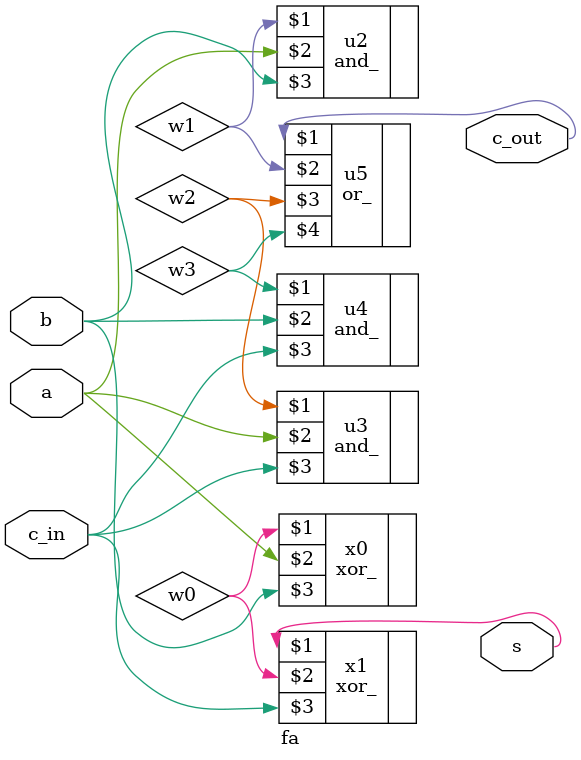
<source format=v>
module fa(a, b, c_in, s, c_out);

	input a, b, c_in;
	output c_out, s;

	wire w0, w1, w2, w3;

	xor_ x0(w0, a, b);
	xor_ x1(s, w0, c_in);

	and_ u2(w1, a, b);
	and_ u3(w2, a, c_in);
	and_ u4(w3, b, c_in);

	or_ u5(c_out, w1, w2, w3);
endmodule

</source>
